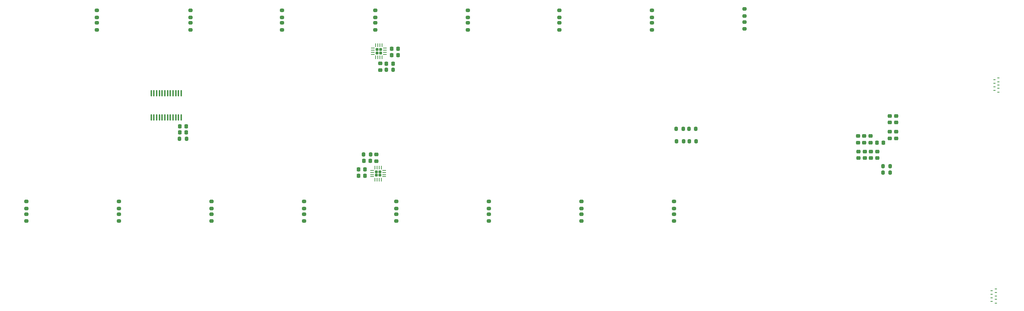
<source format=gbr>
%TF.GenerationSoftware,KiCad,Pcbnew,9.0.0*%
%TF.CreationDate,2025-05-29T20:25:45-04:00*%
%TF.ProjectId,distrabution_controler,64697374-7261-4627-9574-696f6e5f636f,rev?*%
%TF.SameCoordinates,Original*%
%TF.FileFunction,Paste,Bot*%
%TF.FilePolarity,Positive*%
%FSLAX46Y46*%
G04 Gerber Fmt 4.6, Leading zero omitted, Abs format (unit mm)*
G04 Created by KiCad (PCBNEW 9.0.0) date 2025-05-29 20:25:45*
%MOMM*%
%LPD*%
G01*
G04 APERTURE LIST*
G04 Aperture macros list*
%AMRoundRect*
0 Rectangle with rounded corners*
0 $1 Rounding radius*
0 $2 $3 $4 $5 $6 $7 $8 $9 X,Y pos of 4 corners*
0 Add a 4 corners polygon primitive as box body*
4,1,4,$2,$3,$4,$5,$6,$7,$8,$9,$2,$3,0*
0 Add four circle primitives for the rounded corners*
1,1,$1+$1,$2,$3*
1,1,$1+$1,$4,$5*
1,1,$1+$1,$6,$7*
1,1,$1+$1,$8,$9*
0 Add four rect primitives between the rounded corners*
20,1,$1+$1,$2,$3,$4,$5,0*
20,1,$1+$1,$4,$5,$6,$7,0*
20,1,$1+$1,$6,$7,$8,$9,0*
20,1,$1+$1,$8,$9,$2,$3,0*%
G04 Aperture macros list end*
%ADD10RoundRect,0.172500X0.172500X-0.172500X0.172500X0.172500X-0.172500X0.172500X-0.172500X-0.172500X0*%
%ADD11RoundRect,0.062500X0.062500X-0.375000X0.062500X0.375000X-0.062500X0.375000X-0.062500X-0.375000X0*%
%ADD12RoundRect,0.062500X0.375000X-0.062500X0.375000X0.062500X-0.375000X0.062500X-0.375000X-0.062500X0*%
%ADD13RoundRect,0.172500X-0.172500X0.172500X-0.172500X-0.172500X0.172500X-0.172500X0.172500X0.172500X0*%
%ADD14RoundRect,0.062500X-0.062500X0.375000X-0.062500X-0.375000X0.062500X-0.375000X0.062500X0.375000X0*%
%ADD15RoundRect,0.062500X-0.375000X0.062500X-0.375000X-0.062500X0.375000X-0.062500X0.375000X0.062500X0*%
%ADD16R,0.600000X0.200000*%
%ADD17RoundRect,0.225000X0.250000X-0.225000X0.250000X0.225000X-0.250000X0.225000X-0.250000X-0.225000X0*%
%ADD18RoundRect,0.200000X-0.200000X-0.275000X0.200000X-0.275000X0.200000X0.275000X-0.200000X0.275000X0*%
%ADD19RoundRect,0.225000X-0.250000X0.225000X-0.250000X-0.225000X0.250000X-0.225000X0.250000X0.225000X0*%
%ADD20RoundRect,0.200000X0.200000X0.275000X-0.200000X0.275000X-0.200000X-0.275000X0.200000X-0.275000X0*%
%ADD21RoundRect,0.225000X-0.225000X-0.250000X0.225000X-0.250000X0.225000X0.250000X-0.225000X0.250000X0*%
%ADD22RoundRect,0.225000X0.225000X0.250000X-0.225000X0.250000X-0.225000X-0.250000X0.225000X-0.250000X0*%
%ADD23RoundRect,0.200000X0.275000X-0.200000X0.275000X0.200000X-0.275000X0.200000X-0.275000X-0.200000X0*%
%ADD24RoundRect,0.200000X-0.275000X0.200000X-0.275000X-0.200000X0.275000X-0.200000X0.275000X0.200000X0*%
%ADD25RoundRect,0.100000X0.100000X-0.637500X0.100000X0.637500X-0.100000X0.637500X-0.100000X-0.637500X0*%
G04 APERTURE END LIST*
D10*
%TO.C,U5*%
X105500000Y-123150000D03*
X106300000Y-123150000D03*
X105500000Y-122350000D03*
X106300000Y-122350000D03*
D11*
X106650000Y-124187500D03*
X106150000Y-124187500D03*
X105650000Y-124187500D03*
X105150000Y-124187500D03*
D12*
X104462500Y-123500000D03*
X104462500Y-123000000D03*
X104462500Y-122500000D03*
X104462500Y-122000000D03*
D11*
X105150000Y-121312500D03*
X105650000Y-121312500D03*
X106150000Y-121312500D03*
X106650000Y-121312500D03*
D12*
X107337500Y-122000000D03*
X107337500Y-122500000D03*
X107337500Y-123000000D03*
X107337500Y-123500000D03*
%TD*%
D13*
%TO.C,U6*%
X106475000Y-93250000D03*
X105675000Y-93250000D03*
X106475000Y-94050000D03*
X105675000Y-94050000D03*
D14*
X105325000Y-92212500D03*
X105825000Y-92212500D03*
X106325000Y-92212500D03*
X106825000Y-92212500D03*
D15*
X107512500Y-92900000D03*
X107512500Y-93400000D03*
X107512500Y-93900000D03*
X107512500Y-94400000D03*
D14*
X106825000Y-95087500D03*
X106325000Y-95087500D03*
X105825000Y-95087500D03*
X105325000Y-95087500D03*
D15*
X104637500Y-94400000D03*
X104637500Y-93900000D03*
X104637500Y-93400000D03*
X104637500Y-92900000D03*
%TD*%
D16*
%TO.C,D20*%
X252425000Y-100400000D03*
X252425000Y-101300000D03*
X252425000Y-102100000D03*
X252425000Y-103000000D03*
X253375000Y-103400000D03*
X253375000Y-102500000D03*
X253375000Y-101700000D03*
X253375000Y-100900000D03*
X253375000Y-100000000D03*
%TD*%
D17*
%TO.C,C14*%
X223000000Y-115375000D03*
X223000000Y-113825000D03*
%TD*%
D18*
%TO.C,R33*%
X179860000Y-115100000D03*
X181510000Y-115100000D03*
%TD*%
D19*
%TO.C,C16*%
X229100000Y-112825000D03*
X229100000Y-114375000D03*
%TD*%
%TO.C,C17*%
X227600000Y-112825000D03*
X227600000Y-114375000D03*
%TD*%
%TO.C,C1*%
X223100000Y-117525000D03*
X223100000Y-119075000D03*
%TD*%
D17*
%TO.C,C12*%
X220000000Y-115375000D03*
X220000000Y-113825000D03*
%TD*%
D18*
%TO.C,R21*%
X176775000Y-112100000D03*
X178425000Y-112100000D03*
%TD*%
D19*
%TO.C,C4*%
X220100000Y-117525000D03*
X220100000Y-119075000D03*
%TD*%
D16*
%TO.C,D21*%
X252750000Y-150200000D03*
X252750000Y-151100000D03*
X252750000Y-151900000D03*
X252750000Y-152700000D03*
X252750000Y-153600000D03*
X251800000Y-153200000D03*
X251800000Y-152300000D03*
X251800000Y-151500000D03*
X251800000Y-150600000D03*
%TD*%
D19*
%TO.C,C3*%
X221600000Y-117525000D03*
X221600000Y-119075000D03*
%TD*%
D20*
%TO.C,R2*%
X227625000Y-122500000D03*
X225975000Y-122500000D03*
%TD*%
D19*
%TO.C,C2*%
X224600000Y-117525000D03*
X224600000Y-119075000D03*
%TD*%
D17*
%TO.C,C6*%
X229100000Y-110575000D03*
X229100000Y-109025000D03*
%TD*%
D18*
%TO.C,R32*%
X179775000Y-112100000D03*
X181425000Y-112100000D03*
%TD*%
D20*
%TO.C,R1*%
X227625000Y-121000000D03*
X225975000Y-121000000D03*
%TD*%
D18*
%TO.C,R22*%
X176850000Y-115100000D03*
X178500000Y-115100000D03*
%TD*%
D17*
%TO.C,C13*%
X221500000Y-115375000D03*
X221500000Y-113825000D03*
%TD*%
%TO.C,C5*%
X227600000Y-110575000D03*
X227600000Y-109025000D03*
%TD*%
D21*
%TO.C,C15*%
X224525000Y-115400000D03*
X226075000Y-115400000D03*
%TD*%
D22*
%TO.C,C26*%
X102775000Y-123250000D03*
X101225000Y-123250000D03*
%TD*%
D23*
%TO.C,R14*%
X44250000Y-134075000D03*
X44250000Y-132425000D03*
%TD*%
D24*
%TO.C,R47*%
X105250000Y-86925000D03*
X105250000Y-88575000D03*
%TD*%
%TO.C,R44*%
X171000000Y-86925000D03*
X171000000Y-88575000D03*
%TD*%
D21*
%TO.C,C19*%
X58725000Y-113000000D03*
X60275000Y-113000000D03*
%TD*%
D23*
%TO.C,R18*%
X132250000Y-134075000D03*
X132250000Y-132425000D03*
%TD*%
D24*
%TO.C,R45*%
X149000000Y-86925000D03*
X149000000Y-88575000D03*
%TD*%
D22*
%TO.C,C27*%
X104025000Y-119750000D03*
X102475000Y-119750000D03*
%TD*%
D23*
%TO.C,R15*%
X66250000Y-134075000D03*
X66250000Y-132425000D03*
%TD*%
%TO.C,R29*%
X132250000Y-131075000D03*
X132250000Y-129425000D03*
%TD*%
D25*
%TO.C,U3*%
X59075000Y-109362500D03*
X58425000Y-109362500D03*
X57775000Y-109362500D03*
X57125000Y-109362500D03*
X56475000Y-109362500D03*
X55825000Y-109362500D03*
X55175000Y-109362500D03*
X54525000Y-109362500D03*
X53875000Y-109362500D03*
X53225000Y-109362500D03*
X52575000Y-109362500D03*
X51925000Y-109362500D03*
X51925000Y-103637500D03*
X52575000Y-103637500D03*
X53225000Y-103637500D03*
X53875000Y-103637500D03*
X54525000Y-103637500D03*
X55175000Y-103637500D03*
X55825000Y-103637500D03*
X56475000Y-103637500D03*
X57125000Y-103637500D03*
X57775000Y-103637500D03*
X58425000Y-103637500D03*
X59075000Y-103637500D03*
%TD*%
D23*
%TO.C,R30*%
X154250000Y-131075000D03*
X154250000Y-129425000D03*
%TD*%
D24*
%TO.C,R49*%
X61250000Y-86925000D03*
X61250000Y-88575000D03*
%TD*%
%TO.C,R36*%
X149000000Y-83925000D03*
X149000000Y-85575000D03*
%TD*%
D23*
%TO.C,R31*%
X176250000Y-131075000D03*
X176250000Y-129425000D03*
%TD*%
%TO.C,R24*%
X22250000Y-131075000D03*
X22250000Y-129425000D03*
%TD*%
D21*
%TO.C,C28*%
X109100000Y-94600000D03*
X110650000Y-94600000D03*
%TD*%
D23*
%TO.C,R13*%
X22250000Y-134075000D03*
X22250000Y-132425000D03*
%TD*%
D21*
%TO.C,C20*%
X58725000Y-111500000D03*
X60275000Y-111500000D03*
%TD*%
D23*
%TO.C,R17*%
X110250000Y-134075000D03*
X110250000Y-132425000D03*
%TD*%
D19*
%TO.C,C29*%
X106375000Y-96575000D03*
X106375000Y-98125000D03*
%TD*%
D24*
%TO.C,R37*%
X127250000Y-83925000D03*
X127250000Y-85575000D03*
%TD*%
D23*
%TO.C,R19*%
X154250000Y-134075000D03*
X154250000Y-132425000D03*
%TD*%
D17*
%TO.C,C25*%
X105500000Y-119800000D03*
X105500000Y-118250000D03*
%TD*%
D23*
%TO.C,R28*%
X110250000Y-131075000D03*
X110250000Y-129425000D03*
%TD*%
D24*
%TO.C,R34*%
X193000000Y-83600000D03*
X193000000Y-85250000D03*
%TD*%
%TO.C,R39*%
X83000000Y-83925000D03*
X83000000Y-85575000D03*
%TD*%
%TO.C,R46*%
X127250000Y-86925000D03*
X127250000Y-88575000D03*
%TD*%
%TO.C,R35*%
X171000000Y-83925000D03*
X171000000Y-85575000D03*
%TD*%
D23*
%TO.C,R20*%
X176250000Y-134075000D03*
X176250000Y-132425000D03*
%TD*%
D21*
%TO.C,C31*%
X107875000Y-96600000D03*
X109425000Y-96600000D03*
%TD*%
D24*
%TO.C,R48*%
X83000000Y-86911750D03*
X83000000Y-88561750D03*
%TD*%
%TO.C,R41*%
X39000000Y-83925000D03*
X39000000Y-85575000D03*
%TD*%
D20*
%TO.C,R23*%
X104075000Y-118250000D03*
X102425000Y-118250000D03*
%TD*%
D22*
%TO.C,C24*%
X102775000Y-121750000D03*
X101225000Y-121750000D03*
%TD*%
D24*
%TO.C,R50*%
X39000000Y-86925000D03*
X39000000Y-88575000D03*
%TD*%
%TO.C,R40*%
X61250000Y-83925000D03*
X61250000Y-85575000D03*
%TD*%
D23*
%TO.C,R16*%
X88250000Y-134075000D03*
X88250000Y-132425000D03*
%TD*%
D18*
%TO.C,R42*%
X107825000Y-98100000D03*
X109475000Y-98100000D03*
%TD*%
D24*
%TO.C,R38*%
X105250000Y-83925000D03*
X105250000Y-85575000D03*
%TD*%
%TO.C,R43*%
X193000000Y-86675000D03*
X193000000Y-88325000D03*
%TD*%
D23*
%TO.C,R25*%
X44250000Y-131075000D03*
X44250000Y-129425000D03*
%TD*%
%TO.C,R27*%
X88250000Y-131075000D03*
X88250000Y-129425000D03*
%TD*%
D21*
%TO.C,C30*%
X109100000Y-93100000D03*
X110650000Y-93100000D03*
%TD*%
D18*
%TO.C,R7*%
X58675000Y-114500000D03*
X60325000Y-114500000D03*
%TD*%
D23*
%TO.C,R26*%
X66250000Y-131075000D03*
X66250000Y-129425000D03*
%TD*%
M02*

</source>
